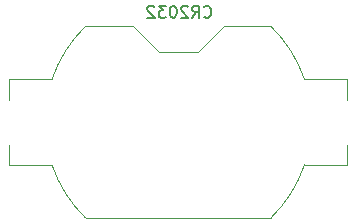
<source format=gbr>
%TF.GenerationSoftware,KiCad,Pcbnew,(5.1.4)-1*%
%TF.CreationDate,2020-01-11T00:21:51+01:00*%
%TF.ProjectId,WROOM02_EV,57524f4f-4d30-4325-9f45-562e6b696361,rev?*%
%TF.SameCoordinates,Original*%
%TF.FileFunction,Legend,Bot*%
%TF.FilePolarity,Positive*%
%FSLAX46Y46*%
G04 Gerber Fmt 4.6, Leading zero omitted, Abs format (unit mm)*
G04 Created by KiCad (PCBNEW (5.1.4)-1) date 2020-01-11 00:21:51*
%MOMM*%
%LPD*%
G04 APERTURE LIST*
%ADD10C,0.150000*%
%ADD11C,0.120000*%
G04 APERTURE END LIST*
D10*
X152695238Y-59057142D02*
X152742857Y-59104761D01*
X152885714Y-59152380D01*
X152980952Y-59152380D01*
X153123809Y-59104761D01*
X153219047Y-59009523D01*
X153266666Y-58914285D01*
X153314285Y-58723809D01*
X153314285Y-58580952D01*
X153266666Y-58390476D01*
X153219047Y-58295238D01*
X153123809Y-58200000D01*
X152980952Y-58152380D01*
X152885714Y-58152380D01*
X152742857Y-58200000D01*
X152695238Y-58247619D01*
X151695238Y-59152380D02*
X152028571Y-58676190D01*
X152266666Y-59152380D02*
X152266666Y-58152380D01*
X151885714Y-58152380D01*
X151790476Y-58200000D01*
X151742857Y-58247619D01*
X151695238Y-58342857D01*
X151695238Y-58485714D01*
X151742857Y-58580952D01*
X151790476Y-58628571D01*
X151885714Y-58676190D01*
X152266666Y-58676190D01*
X151314285Y-58247619D02*
X151266666Y-58200000D01*
X151171428Y-58152380D01*
X150933333Y-58152380D01*
X150838095Y-58200000D01*
X150790476Y-58247619D01*
X150742857Y-58342857D01*
X150742857Y-58438095D01*
X150790476Y-58580952D01*
X151361904Y-59152380D01*
X150742857Y-59152380D01*
X150123809Y-58152380D02*
X150028571Y-58152380D01*
X149933333Y-58200000D01*
X149885714Y-58247619D01*
X149838095Y-58342857D01*
X149790476Y-58533333D01*
X149790476Y-58771428D01*
X149838095Y-58961904D01*
X149885714Y-59057142D01*
X149933333Y-59104761D01*
X150028571Y-59152380D01*
X150123809Y-59152380D01*
X150219047Y-59104761D01*
X150266666Y-59057142D01*
X150314285Y-58961904D01*
X150361904Y-58771428D01*
X150361904Y-58533333D01*
X150314285Y-58342857D01*
X150266666Y-58247619D01*
X150219047Y-58200000D01*
X150123809Y-58152380D01*
X149457142Y-58152380D02*
X148838095Y-58152380D01*
X149171428Y-58533333D01*
X149028571Y-58533333D01*
X148933333Y-58580952D01*
X148885714Y-58628571D01*
X148838095Y-58723809D01*
X148838095Y-58961904D01*
X148885714Y-59057142D01*
X148933333Y-59104761D01*
X149028571Y-59152380D01*
X149314285Y-59152380D01*
X149409523Y-59104761D01*
X149457142Y-59057142D01*
X148457142Y-58247619D02*
X148409523Y-58200000D01*
X148314285Y-58152380D01*
X148076190Y-58152380D01*
X147980952Y-58200000D01*
X147933333Y-58247619D01*
X147885714Y-58342857D01*
X147885714Y-58438095D01*
X147933333Y-58580952D01*
X148504761Y-59152380D01*
X147885714Y-59152380D01*
D11*
X136190000Y-71610000D02*
X139808000Y-71610000D01*
X136190000Y-69900000D02*
X136190000Y-71610000D01*
X142652700Y-76110000D02*
X158347300Y-76110000D01*
X164810000Y-69900000D02*
X164810000Y-71610000D01*
X161192000Y-71610000D02*
X164810000Y-71610000D01*
X164810000Y-64390000D02*
X161192000Y-64390000D01*
X164810000Y-66100000D02*
X164810000Y-64390000D01*
X158347300Y-59890000D02*
X154360000Y-59890000D01*
X152160000Y-62090000D02*
X154360000Y-59890000D01*
X152160000Y-62090000D02*
X148840000Y-62090000D01*
X148840000Y-62090000D02*
X146640000Y-59890000D01*
X146640000Y-59890000D02*
X142652700Y-59890000D01*
X139808000Y-64390000D02*
X136190000Y-64390000D01*
X136190000Y-66100000D02*
X136190000Y-64390000D01*
X142654630Y-76111789D02*
G75*
G02X139808000Y-71610000I7845370J8111789D01*
G01*
X158345370Y-59888211D02*
G75*
G02X161192000Y-64390000I-7845370J-8111789D01*
G01*
X158345370Y-76111789D02*
G75*
G03X161192000Y-71610000I-7845370J8111789D01*
G01*
X142654630Y-59888211D02*
G75*
G03X139808000Y-64390000I7845370J-8111789D01*
G01*
M02*

</source>
